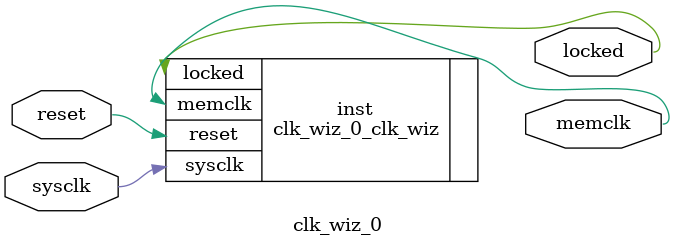
<source format=v>


`timescale 1ps/1ps

(* CORE_GENERATION_INFO = "clk_wiz_0,clk_wiz_v6_0_0_0,{component_name=clk_wiz_0,use_phase_alignment=false,use_min_o_jitter=false,use_max_i_jitter=false,use_dyn_phase_shift=false,use_inclk_switchover=false,use_dyn_reconfig=false,enable_axi=0,feedback_source=FDBK_AUTO,PRIMITIVE=MMCM,num_out_clk=1,clkin1_period=8.000,clkin2_period=10.000,use_power_down=false,use_reset=true,use_locked=true,use_inclk_stopped=false,feedback_type=SINGLE,CLOCK_MGR_TYPE=NA,manual_override=false}" *)

module clk_wiz_0 
 (
  // Clock out ports
  output        memclk,
  // Status and control signals
  input         reset,
  output        locked,
 // Clock in ports
  input         sysclk
 );

  clk_wiz_0_clk_wiz inst
  (
  // Clock out ports  
  .memclk(memclk),
  // Status and control signals               
  .reset(reset), 
  .locked(locked),
 // Clock in ports
  .sysclk(sysclk)
  );

endmodule

</source>
